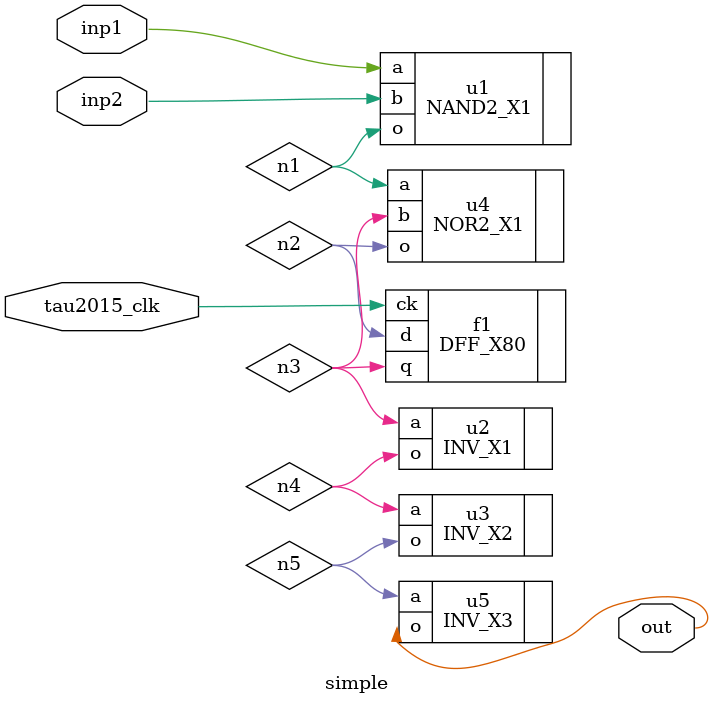
<source format=v>
module simple (
inp1,
inp2,
tau2015_clk,
out
);

// Start PIs
input inp1;
input inp2;
input tau2015_clk;

// Start POs
output out;

// Start wires
wire n1;
wire n2;
wire n3;
wire n4;
wire n5;
wire inp1;
wire inp2;
wire tau2015_clk;
wire out;

// Start cells
NAND2_X1 u1 ( .a(inp1), .b(inp2), .o(n1) );
DFF_X80 f1 ( .d(n2), .ck(tau2015_clk), .q(n3) );
INV_X1 u2 ( .a(n3), .o(n4) );
INV_X2 u3 ( .a(n4), .o(n5) );
NOR2_X1 u4 ( .a(n1), .b(n3), .o(n2) );
INV_X3 u5 ( .a(n5), .o(out) );

endmodule

</source>
